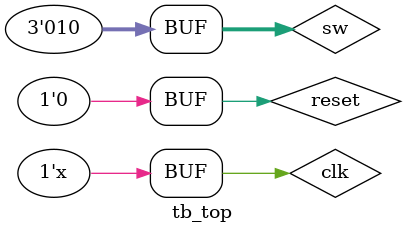
<source format=v>
`timescale 1ns / 1ps

module tb_top ();

    reg clk, reset;

    // reg mode, run_stop, claer, tick;
    // wire [13:0] counter_out;

    // counter_10000 U_COUNTER_10000(
    //     .clk(clk),
    //     .reset(reset),
    //     .mode(mode),
    //     .run_stop(run_stop),
    //     .clear(clear),
    //     .i_tick(tick),
    //     .counter_out(counter_out)
    // );

    reg  [2:0] sw;
    wire [7:0] fnd_data;
    wire [3:0] fnd_digit;

    top_10000_counter U_TOP (
        .clk(clk),
        .reset(reset),
        .sw(sw),
        .fnd_data(fnd_data),
        .fnd_digit(fnd_digit)
    );

    //sw[0]     mode = 0: upcount     mode = 1: downcount
    //sw[1]     run_stop = 0: stop    run_stop = 1: run
    //sw[2]     clear = 0: nothing    clear = 1: claer count vlaue


    //clk
    initial clk = 1'b0;
    always #5 clk = ~clk;

    initial begin
        //init
        #0;
        reset = 1'b1;
        sw = 3'b0;
        

        //reset
        #40;
        reset = 1'b0;

        #10;
        sw[1] = 1'b1;

        //clear
        //run_stop
        //mode

    end

endmodule


</source>
